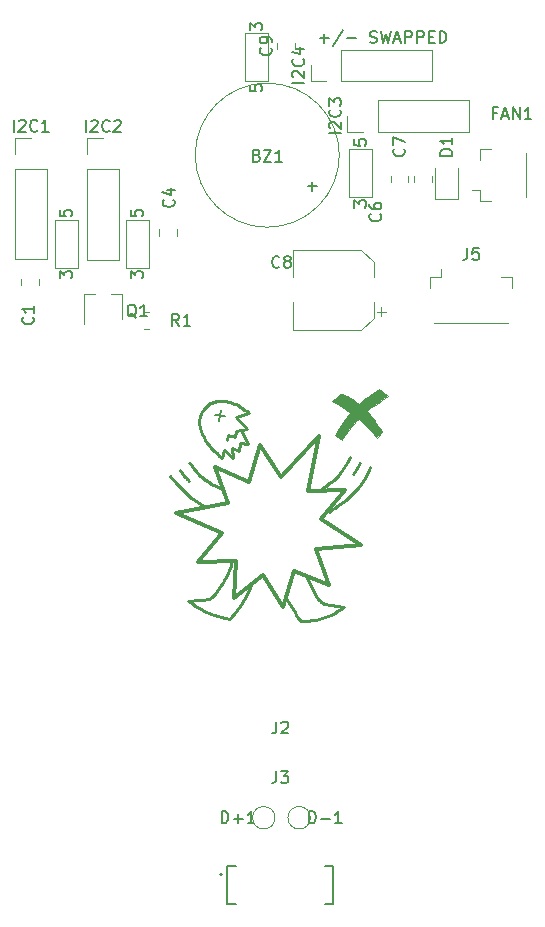
<source format=gbr>
%TF.GenerationSoftware,KiCad,Pcbnew,6.0.2+dfsg-1*%
%TF.CreationDate,2022-11-26T14:15:53-05:00*%
%TF.ProjectId,vindick,76696e64-6963-46b2-9e6b-696361645f70,rev?*%
%TF.SameCoordinates,Original*%
%TF.FileFunction,Legend,Top*%
%TF.FilePolarity,Positive*%
%FSLAX46Y46*%
G04 Gerber Fmt 4.6, Leading zero omitted, Abs format (unit mm)*
G04 Created by KiCad (PCBNEW 6.0.2+dfsg-1) date 2022-11-26 14:15:53*
%MOMM*%
%LPD*%
G01*
G04 APERTURE LIST*
%ADD10C,0.250000*%
%ADD11C,0.316249*%
%ADD12C,0.187500*%
%ADD13C,0.066145*%
%ADD14C,0.150000*%
%ADD15C,0.120000*%
%ADD16C,0.200000*%
G04 APERTURE END LIST*
D10*
X65207651Y-97385191D02*
X65462849Y-97178409D01*
X54465333Y-88843526D02*
X54336909Y-88876657D01*
X53285331Y-89705366D02*
X53227033Y-89814634D01*
X65549178Y-94027087D02*
X65629384Y-93877615D01*
X53260246Y-95260863D02*
X53428350Y-95398107D01*
D11*
X61023036Y-103190784D02*
X61023036Y-103190784D01*
D10*
X55034431Y-104200573D02*
X54885760Y-104430062D01*
X54331319Y-95963234D02*
X54475758Y-96036132D01*
X66556626Y-94218024D02*
X66588205Y-94146495D01*
X55878093Y-93610839D02*
X55853036Y-92758918D01*
X66110373Y-94933576D02*
X66144973Y-94880173D01*
X55167887Y-103975678D02*
X55034431Y-104200573D01*
X53109738Y-95124806D02*
X53260246Y-95260863D01*
X56145364Y-91339046D02*
X56145364Y-91339046D01*
X53873907Y-89086951D02*
X53771691Y-89157375D01*
X53350419Y-89600692D02*
X53285331Y-89705366D01*
X65722629Y-96951025D02*
X65983145Y-96703434D01*
X54984410Y-93652599D02*
X54984410Y-93652599D01*
D11*
X60154408Y-106222624D02*
X58450564Y-103566634D01*
X55435431Y-97444492D02*
X54383058Y-94437702D01*
X55435431Y-97444492D02*
X55435431Y-97444492D01*
D10*
X53413981Y-106557912D02*
X53612490Y-106654594D01*
X55486982Y-88865014D02*
X55329093Y-88832566D01*
X53253671Y-97593199D02*
X53531136Y-97745166D01*
X56057980Y-106757605D02*
X56192614Y-106588182D01*
X54594994Y-107015716D02*
X54902213Y-107097857D01*
X54078070Y-92792695D02*
X54285402Y-93015015D01*
X54720952Y-104662948D02*
X54539087Y-104898037D01*
X65467205Y-94170757D02*
X65549178Y-94027087D01*
D11*
X63144488Y-91773359D02*
X63144488Y-91773359D01*
X58200000Y-92500000D02*
X59937253Y-95272918D01*
D10*
X64948350Y-94918442D02*
X65037141Y-94806766D01*
X52395810Y-105950838D02*
X52721571Y-106156018D01*
X65629384Y-93877615D02*
X65707642Y-93722205D01*
X63186248Y-96383758D02*
X63438315Y-96227748D01*
X52736484Y-94721630D02*
X52850587Y-94855404D01*
X52120228Y-95515864D02*
X52186437Y-95573600D01*
X55486176Y-103340505D02*
X55392838Y-103544448D01*
X53675233Y-89234304D02*
X53584704Y-89317418D01*
X54475758Y-96036132D02*
X54628350Y-96109620D01*
X64769432Y-95127346D02*
X64948350Y-94918442D01*
X53943505Y-95747817D02*
X54065533Y-95819103D01*
D11*
X51109006Y-98296413D02*
X55435431Y-97444492D01*
D10*
X61441543Y-107203678D02*
X61624391Y-107458738D01*
X52052800Y-105746546D02*
X52227909Y-105848407D01*
X52997741Y-97441668D02*
X53253671Y-97593199D01*
X60680915Y-105950322D02*
X60818813Y-106198960D01*
X53175697Y-89928177D02*
X53131495Y-90045679D01*
X67428839Y-94628845D02*
X67504318Y-94437702D01*
X53719469Y-95606668D02*
X53828263Y-95677014D01*
X55853036Y-92758918D02*
X56404279Y-93009483D01*
X51645248Y-96364166D02*
X51805087Y-96522310D01*
X56404279Y-93009483D02*
X56512856Y-92349659D01*
X53044027Y-90486983D02*
X53040057Y-90599783D01*
X54739870Y-93445695D02*
X54984410Y-93652599D01*
X53981709Y-89023348D02*
X53873907Y-89086951D01*
X62672940Y-104828692D02*
X62590887Y-104657335D01*
D11*
X64029819Y-104418554D02*
X64029819Y-104418554D01*
D10*
X55460486Y-91731600D02*
X55460486Y-91731600D01*
X61271438Y-106950438D02*
X61441543Y-107203678D01*
X56862403Y-89534436D02*
X56681163Y-89407943D01*
D11*
X62234101Y-96458930D02*
X62234101Y-96458930D01*
D10*
X53709706Y-92337732D02*
X53885739Y-92566691D01*
X51998356Y-95401709D02*
X52057608Y-95458576D01*
X66240551Y-96436032D02*
X66491002Y-96149214D01*
X56145364Y-91339046D02*
X57097510Y-91222116D01*
X52052800Y-105746546D02*
X52052800Y-105746546D01*
X56974904Y-105343221D02*
X57068655Y-105158736D01*
X66457931Y-94408869D02*
X66491409Y-94348730D01*
X51659477Y-95013125D02*
X51701295Y-95067813D01*
X53054994Y-90375082D02*
X53044027Y-90486983D01*
X67061461Y-95349813D02*
X67162163Y-95176210D01*
X63943816Y-107011883D02*
X64169360Y-106919692D01*
X53073119Y-90264170D02*
X53054994Y-90375082D01*
X57197734Y-92458240D02*
X57197734Y-92458240D01*
X56502239Y-89294319D02*
X56325804Y-89193246D01*
X64062374Y-95790043D02*
X64234962Y-95648154D01*
X66491409Y-94348730D02*
X66524334Y-94285275D01*
X54339241Y-105134132D02*
X54120495Y-105370038D01*
X55174896Y-88810441D02*
X55024565Y-88798321D01*
X63595502Y-105972052D02*
X63530508Y-105938304D01*
D11*
X63353291Y-98839301D02*
X63353291Y-98839301D01*
D10*
X53411731Y-91873858D02*
X53551271Y-92106545D01*
X53068503Y-90942662D02*
X53090896Y-91058146D01*
X62430053Y-104307532D02*
X62268579Y-103959117D01*
X55916408Y-106924471D02*
X56057980Y-106757605D01*
X54336909Y-88876657D02*
X54213382Y-88917883D01*
X62592444Y-107376785D02*
X62890531Y-107322181D01*
X63181710Y-105646619D02*
X63129563Y-105585035D01*
D11*
X54383058Y-94437702D02*
X57289613Y-95640419D01*
D10*
X62590887Y-104657335D02*
X62430053Y-104307532D01*
X66389638Y-94521121D02*
X66423981Y-94466173D01*
X57097510Y-91222116D02*
X57097510Y-91222116D01*
X61112199Y-106698750D02*
X61271438Y-106950438D01*
X54598483Y-88818808D02*
X54465333Y-88843526D01*
X54736187Y-88802823D02*
X54598483Y-88818808D01*
X54902213Y-107097857D02*
X55239858Y-107176047D01*
X55239858Y-107176047D02*
X55610826Y-107249937D01*
X53229415Y-105641102D02*
X52997587Y-105660443D01*
X52629056Y-94588191D02*
X52736484Y-94721630D01*
X65257585Y-106297785D02*
X65257585Y-106297785D01*
X52423305Y-94321460D02*
X52629056Y-94588191D01*
X56325804Y-89193246D02*
X56152030Y-89104407D01*
X65462849Y-97178409D02*
X65722629Y-96951025D01*
X56669893Y-105887923D02*
X56775929Y-105707964D01*
X64745687Y-106634775D02*
X65040293Y-106454582D01*
X55639185Y-102961939D02*
X55567985Y-103145936D01*
D11*
X56145366Y-102322162D02*
X52963189Y-102405681D01*
X62910626Y-101370013D02*
X64029819Y-104418554D01*
D10*
X50582819Y-95172695D02*
X51193442Y-95874396D01*
X65383646Y-94308757D02*
X65467205Y-94170757D01*
X66588205Y-94146495D02*
X66618992Y-94070209D01*
X56512856Y-92349659D02*
X57197734Y-92458240D01*
X63029557Y-105452577D02*
X62934641Y-105309088D01*
X54194691Y-95890900D02*
X54331319Y-95963234D01*
X53551271Y-92106545D02*
X53709706Y-92337732D01*
X53519853Y-95467242D02*
X53616779Y-95536753D01*
D11*
X65366166Y-96367057D02*
X65366166Y-96367057D01*
D10*
X55567985Y-103145936D02*
X55486176Y-103340505D01*
D11*
X55953265Y-105495985D02*
X56145366Y-102322162D01*
D10*
X56681163Y-89407943D02*
X56502239Y-89294319D01*
X57045788Y-89674117D02*
X56862403Y-89534436D01*
X57097510Y-91222116D02*
X56187123Y-90203152D01*
D11*
X60154408Y-106222624D02*
X60154408Y-106222624D01*
D10*
X64134999Y-98096248D02*
X64309598Y-97998400D01*
X63702558Y-107099898D02*
X63943816Y-107011883D01*
X57197734Y-92458240D02*
X56613082Y-91288935D01*
X64508008Y-97877976D02*
X64726385Y-97735370D01*
X66423981Y-94466173D02*
X66457931Y-94408869D01*
X54065533Y-95819103D02*
X54194691Y-95890900D01*
X55287048Y-103756571D02*
X55167887Y-103975678D01*
X51506131Y-94796115D02*
X51580458Y-94904327D01*
X64960881Y-97570976D02*
X65207651Y-97385191D01*
X63129563Y-105585035D02*
X63029557Y-105452577D01*
X57068655Y-105158736D02*
X57246716Y-104786288D01*
X54285402Y-93015015D02*
X54506435Y-93232924D01*
D11*
X52963189Y-102405681D02*
X52963189Y-102405681D01*
D10*
X53673616Y-105612145D02*
X53455435Y-105624664D01*
X66524334Y-94285275D02*
X66556626Y-94218024D01*
X54213382Y-88917883D02*
X54094925Y-88966886D01*
X55329093Y-88832566D02*
X55174896Y-88810441D01*
X53227033Y-89814634D02*
X53175697Y-89928177D01*
X51701295Y-95067813D02*
X51744945Y-95122730D01*
X56320716Y-106416353D02*
X56442692Y-106242267D01*
X63467630Y-105899970D02*
X63406775Y-105857253D01*
X63446190Y-107182066D02*
X63702558Y-107099898D01*
X53616779Y-95536753D02*
X53719469Y-95606668D01*
X62844067Y-105156195D02*
X62757083Y-104995521D01*
X55610826Y-107249937D02*
X55767492Y-107088632D01*
X52339641Y-96986241D02*
X52542678Y-97138535D01*
X55853036Y-92758918D02*
X55853036Y-92758918D01*
X66076100Y-94988948D02*
X66110373Y-94933576D01*
X52885220Y-106258072D02*
X53053241Y-106359304D01*
D12*
X54399762Y-89985994D02*
X55201571Y-90111277D01*
D13*
X64572707Y-91673136D02*
X64637525Y-91569167D01*
X64637525Y-91569167D02*
X64694748Y-91472793D01*
X64694748Y-91472793D02*
X64794460Y-91294779D01*
X64794460Y-91294779D02*
X64887945Y-91122992D01*
X64887945Y-91122992D02*
X64937384Y-91034402D01*
X64937384Y-91034402D02*
X64991305Y-90941330D01*
X64991305Y-90941330D02*
X65051720Y-90841765D01*
X65051720Y-90841765D02*
X65120642Y-90733692D01*
X65120642Y-90733692D02*
X65200084Y-90615099D01*
X65200084Y-90615099D02*
X65292058Y-90483975D01*
X65292058Y-90483975D02*
X65398577Y-90338305D01*
X65398577Y-90338305D02*
X65521654Y-90176077D01*
X65521654Y-90176077D02*
X65663302Y-89995278D01*
X65663302Y-89995278D02*
X65825534Y-89793896D01*
X65825534Y-89793896D02*
X65670230Y-89676247D01*
X65670230Y-89676247D02*
X65508995Y-89557424D01*
X65508995Y-89557424D02*
X65339686Y-89437819D01*
X65339686Y-89437819D02*
X65160162Y-89317822D01*
X65160162Y-89317822D02*
X65065900Y-89257798D01*
X65065900Y-89257798D02*
X64968282Y-89197824D01*
X64968282Y-89197824D02*
X64867039Y-89137948D01*
X64867039Y-89137948D02*
X64761903Y-89078219D01*
X64761903Y-89078219D02*
X64652608Y-89018685D01*
X64652608Y-89018685D02*
X64538884Y-88959396D01*
X64538884Y-88959396D02*
X64420466Y-88900400D01*
X64420466Y-88900400D02*
X64297084Y-88841747D01*
X64297084Y-88841747D02*
X64494993Y-88663077D01*
X64494993Y-88663077D02*
X64680176Y-88491879D01*
X64680176Y-88491879D02*
X64965259Y-88223684D01*
X64965259Y-88223684D02*
X65068238Y-88240628D01*
X65068238Y-88240628D02*
X65167423Y-88261718D01*
X65167423Y-88261718D02*
X65263547Y-88287058D01*
X65263547Y-88287058D02*
X65357345Y-88316753D01*
X65357345Y-88316753D02*
X65449551Y-88350905D01*
X65449551Y-88350905D02*
X65540900Y-88389620D01*
X65540900Y-88389620D02*
X65632128Y-88433002D01*
X65632128Y-88433002D02*
X65723967Y-88481153D01*
X65723967Y-88481153D02*
X65817153Y-88534178D01*
X65817153Y-88534178D02*
X65912421Y-88592180D01*
X65912421Y-88592180D02*
X66010505Y-88655265D01*
X66010505Y-88655265D02*
X66112139Y-88723535D01*
X66112139Y-88723535D02*
X66328998Y-88876049D01*
X66328998Y-88876049D02*
X66568874Y-89050552D01*
X66568874Y-89050552D02*
X66752356Y-88895967D01*
X66752356Y-88895967D02*
X66935078Y-88745179D01*
X66935078Y-88745179D02*
X67122082Y-88596597D01*
X67122082Y-88596597D02*
X67318409Y-88448631D01*
X67318409Y-88448631D02*
X67421644Y-88374383D01*
X67421644Y-88374383D02*
X67529101Y-88299693D01*
X67529101Y-88299693D02*
X67641408Y-88224361D01*
X67641408Y-88224361D02*
X67759198Y-88148190D01*
X67759198Y-88148190D02*
X67883099Y-88070981D01*
X67883099Y-88070981D02*
X68013742Y-87992534D01*
X68013742Y-87992534D02*
X68151758Y-87912652D01*
X68151758Y-87912652D02*
X68297775Y-87831135D01*
X68297775Y-87831135D02*
X69024414Y-88374027D01*
X69024414Y-88374027D02*
X68788449Y-88540353D01*
X68788449Y-88540353D02*
X68544711Y-88705505D01*
X68544711Y-88705505D02*
X68056632Y-89033850D01*
X68056632Y-89033850D02*
X67823648Y-89197827D01*
X67823648Y-89197827D02*
X67712403Y-89279937D01*
X67712403Y-89279937D02*
X67605603Y-89362195D01*
X67605603Y-89362195D02*
X67503958Y-89444648D01*
X67503958Y-89444648D02*
X67408178Y-89527346D01*
X67408178Y-89527346D02*
X67318971Y-89610338D01*
X67318971Y-89610338D02*
X67237049Y-89693672D01*
X67237049Y-89693672D02*
X67375851Y-89848452D01*
X67375851Y-89848452D02*
X67514777Y-90007714D01*
X67514777Y-90007714D02*
X67585202Y-90091343D01*
X67585202Y-90091343D02*
X67656756Y-90178874D01*
X67656756Y-90178874D02*
X67729804Y-90271233D01*
X67729804Y-90271233D02*
X67804715Y-90369347D01*
X67804715Y-90369347D02*
X67881852Y-90474143D01*
X67881852Y-90474143D02*
X67961583Y-90586549D01*
X67961583Y-90586549D02*
X68044274Y-90707490D01*
X68044274Y-90707490D02*
X68130290Y-90837895D01*
X68130290Y-90837895D02*
X68219997Y-90978690D01*
X68219997Y-90978690D02*
X68313763Y-91130801D01*
X68313763Y-91130801D02*
X68411952Y-91295157D01*
X68411952Y-91295157D02*
X68514931Y-91472683D01*
X68514931Y-91472683D02*
X68063915Y-91940403D01*
X68063915Y-91940403D02*
X67992644Y-91856268D01*
X67992644Y-91856268D02*
X67929816Y-91778802D01*
X67929816Y-91778802D02*
X67819661Y-91636142D01*
X67819661Y-91636142D02*
X67713789Y-91496957D01*
X67713789Y-91496957D02*
X67656315Y-91423832D01*
X67656315Y-91423832D02*
X67592539Y-91345776D01*
X67592539Y-91345776D02*
X67520003Y-91260854D01*
X67520003Y-91260854D02*
X67436249Y-91167132D01*
X67436249Y-91167132D02*
X67338820Y-91062677D01*
X67338820Y-91062677D02*
X67225258Y-90945555D01*
X67225258Y-90945555D02*
X67093106Y-90813834D01*
X67093106Y-90813834D02*
X66939905Y-90665579D01*
X66939905Y-90665579D02*
X66763198Y-90498856D01*
X66763198Y-90498856D02*
X66560528Y-90311733D01*
X66560528Y-90311733D02*
X66333148Y-90546921D01*
X66333148Y-90546921D02*
X66118127Y-90778583D01*
X66118127Y-90778583D02*
X65915518Y-91007547D01*
X65915518Y-91007547D02*
X65725376Y-91234640D01*
X65725376Y-91234640D02*
X65547753Y-91460690D01*
X65547753Y-91460690D02*
X65463653Y-91573582D01*
X65463653Y-91573582D02*
X65382704Y-91686524D01*
X65382704Y-91686524D02*
X65304911Y-91799618D01*
X65304911Y-91799618D02*
X65230282Y-91912969D01*
X65230282Y-91912969D02*
X65158824Y-92026680D01*
X65158824Y-92026680D02*
X65090543Y-92140854D01*
X65090543Y-92140854D02*
X64572707Y-91673136D01*
X64572707Y-91673136D02*
X64572707Y-91673136D01*
G36*
X69024414Y-88374027D02*
G01*
X68788449Y-88540353D01*
X68544711Y-88705505D01*
X68056632Y-89033850D01*
X67823648Y-89197827D01*
X67712403Y-89279937D01*
X67605603Y-89362195D01*
X67503958Y-89444648D01*
X67408178Y-89527346D01*
X67318971Y-89610338D01*
X67237049Y-89693672D01*
X67375851Y-89848452D01*
X67514777Y-90007714D01*
X67585202Y-90091343D01*
X67656756Y-90178874D01*
X67729804Y-90271233D01*
X67804715Y-90369347D01*
X67881852Y-90474143D01*
X67961583Y-90586549D01*
X68044274Y-90707490D01*
X68130290Y-90837895D01*
X68219997Y-90978690D01*
X68313763Y-91130801D01*
X68411952Y-91295157D01*
X68514931Y-91472683D01*
X68063915Y-91940403D01*
X67992644Y-91856268D01*
X67929816Y-91778802D01*
X67819661Y-91636142D01*
X67713789Y-91496957D01*
X67656315Y-91423832D01*
X67592539Y-91345776D01*
X67520003Y-91260854D01*
X67436249Y-91167132D01*
X67338820Y-91062677D01*
X67225258Y-90945555D01*
X67093106Y-90813834D01*
X66939905Y-90665579D01*
X66763198Y-90498856D01*
X66560528Y-90311733D01*
X66333148Y-90546921D01*
X66118127Y-90778583D01*
X65915518Y-91007547D01*
X65725376Y-91234640D01*
X65547753Y-91460690D01*
X65463653Y-91573582D01*
X65382704Y-91686524D01*
X65304911Y-91799618D01*
X65230282Y-91912969D01*
X65158824Y-92026680D01*
X65090543Y-92140854D01*
X64572707Y-91673136D01*
X64637525Y-91569167D01*
X64694748Y-91472793D01*
X64794460Y-91294779D01*
X64887945Y-91122992D01*
X64937384Y-91034402D01*
X64991305Y-90941330D01*
X65051720Y-90841765D01*
X65120642Y-90733692D01*
X65200084Y-90615099D01*
X65292058Y-90483975D01*
X65398577Y-90338305D01*
X65521654Y-90176077D01*
X65663302Y-89995278D01*
X65825534Y-89793896D01*
X65670230Y-89676247D01*
X65508995Y-89557424D01*
X65339686Y-89437819D01*
X65160162Y-89317822D01*
X65065900Y-89257798D01*
X64968282Y-89197824D01*
X64867039Y-89137948D01*
X64761903Y-89078219D01*
X64652608Y-89018685D01*
X64538884Y-88959396D01*
X64420466Y-88900400D01*
X64297084Y-88841747D01*
X64494993Y-88663077D01*
X64680176Y-88491879D01*
X64965259Y-88223684D01*
X65068238Y-88240628D01*
X65167423Y-88261718D01*
X65263547Y-88287058D01*
X65357345Y-88316753D01*
X65449551Y-88350905D01*
X65540900Y-88389620D01*
X65632128Y-88433002D01*
X65723967Y-88481153D01*
X65817153Y-88534178D01*
X65912421Y-88592180D01*
X66010505Y-88655265D01*
X66112139Y-88723535D01*
X66328998Y-88876049D01*
X66568874Y-89050552D01*
X66752356Y-88895967D01*
X66935078Y-88745179D01*
X67122082Y-88596597D01*
X67318409Y-88448631D01*
X67421644Y-88374383D01*
X67529101Y-88299693D01*
X67641408Y-88224361D01*
X67759198Y-88148190D01*
X67883099Y-88070981D01*
X68013742Y-87992534D01*
X68151758Y-87912652D01*
X68297775Y-87831135D01*
X69024414Y-88374027D01*
G37*
X69024414Y-88374027D02*
X68788449Y-88540353D01*
X68544711Y-88705505D01*
X68056632Y-89033850D01*
X67823648Y-89197827D01*
X67712403Y-89279937D01*
X67605603Y-89362195D01*
X67503958Y-89444648D01*
X67408178Y-89527346D01*
X67318971Y-89610338D01*
X67237049Y-89693672D01*
X67375851Y-89848452D01*
X67514777Y-90007714D01*
X67585202Y-90091343D01*
X67656756Y-90178874D01*
X67729804Y-90271233D01*
X67804715Y-90369347D01*
X67881852Y-90474143D01*
X67961583Y-90586549D01*
X68044274Y-90707490D01*
X68130290Y-90837895D01*
X68219997Y-90978690D01*
X68313763Y-91130801D01*
X68411952Y-91295157D01*
X68514931Y-91472683D01*
X68063915Y-91940403D01*
X67992644Y-91856268D01*
X67929816Y-91778802D01*
X67819661Y-91636142D01*
X67713789Y-91496957D01*
X67656315Y-91423832D01*
X67592539Y-91345776D01*
X67520003Y-91260854D01*
X67436249Y-91167132D01*
X67338820Y-91062677D01*
X67225258Y-90945555D01*
X67093106Y-90813834D01*
X66939905Y-90665579D01*
X66763198Y-90498856D01*
X66560528Y-90311733D01*
X66333148Y-90546921D01*
X66118127Y-90778583D01*
X65915518Y-91007547D01*
X65725376Y-91234640D01*
X65547753Y-91460690D01*
X65463653Y-91573582D01*
X65382704Y-91686524D01*
X65304911Y-91799618D01*
X65230282Y-91912969D01*
X65158824Y-92026680D01*
X65090543Y-92140854D01*
X64572707Y-91673136D01*
X64637525Y-91569167D01*
X64694748Y-91472793D01*
X64794460Y-91294779D01*
X64887945Y-91122992D01*
X64937384Y-91034402D01*
X64991305Y-90941330D01*
X65051720Y-90841765D01*
X65120642Y-90733692D01*
X65200084Y-90615099D01*
X65292058Y-90483975D01*
X65398577Y-90338305D01*
X65521654Y-90176077D01*
X65663302Y-89995278D01*
X65825534Y-89793896D01*
X65670230Y-89676247D01*
X65508995Y-89557424D01*
X65339686Y-89437819D01*
X65160162Y-89317822D01*
X65065900Y-89257798D01*
X64968282Y-89197824D01*
X64867039Y-89137948D01*
X64761903Y-89078219D01*
X64652608Y-89018685D01*
X64538884Y-88959396D01*
X64420466Y-88900400D01*
X64297084Y-88841747D01*
X64494993Y-88663077D01*
X64680176Y-88491879D01*
X64965259Y-88223684D01*
X65068238Y-88240628D01*
X65167423Y-88261718D01*
X65263547Y-88287058D01*
X65357345Y-88316753D01*
X65449551Y-88350905D01*
X65540900Y-88389620D01*
X65632128Y-88433002D01*
X65723967Y-88481153D01*
X65817153Y-88534178D01*
X65912421Y-88592180D01*
X66010505Y-88655265D01*
X66112139Y-88723535D01*
X66328998Y-88876049D01*
X66568874Y-89050552D01*
X66752356Y-88895967D01*
X66935078Y-88745179D01*
X67122082Y-88596597D01*
X67318409Y-88448631D01*
X67421644Y-88374383D01*
X67529101Y-88299693D01*
X67641408Y-88224361D01*
X67759198Y-88148190D01*
X67883099Y-88070981D01*
X68013742Y-87992534D01*
X68151758Y-87912652D01*
X68297775Y-87831135D01*
X69024414Y-88374027D01*
D10*
X53428350Y-95398107D02*
X53519853Y-95467242D01*
X52997587Y-105660443D02*
X52052800Y-105746546D01*
X54885760Y-104430062D02*
X54720952Y-104662948D01*
X63235411Y-105704836D02*
X63181710Y-105646619D01*
X53131495Y-90045679D02*
X53098566Y-90154339D01*
X55143102Y-92984424D02*
X55143102Y-92984424D01*
X64726385Y-97735370D02*
X64960881Y-97570976D01*
X57231145Y-89827305D02*
X57045788Y-89674117D01*
X51942254Y-95345235D02*
X51998356Y-95401709D01*
X65125247Y-94690094D02*
X65212486Y-94568291D01*
X54506435Y-93232924D02*
X54739870Y-93445695D01*
X56187123Y-90203152D02*
X56187123Y-90203152D01*
X55836335Y-102355563D02*
X55753448Y-102630437D01*
D11*
X66719215Y-100985812D02*
X62910626Y-101370013D01*
X63144488Y-91773359D02*
X62234101Y-96458930D01*
X52963189Y-102405681D02*
X54992766Y-99983550D01*
D10*
X66845224Y-95683444D02*
X66955654Y-95518907D01*
X63175313Y-107256717D02*
X63446190Y-107182066D01*
X52761394Y-97290229D02*
X52997741Y-97441668D01*
X65707642Y-93722205D02*
X65783772Y-93560722D01*
D11*
X58200000Y-92500000D02*
X58200000Y-92500000D01*
D12*
X54884189Y-89610147D02*
X54742202Y-90495478D01*
D10*
X61958772Y-107446735D02*
X62281657Y-107418860D01*
X64234962Y-95648154D02*
X64411296Y-95491125D01*
X51972798Y-96678474D02*
X52150332Y-96833003D01*
X53826950Y-106749062D02*
X54060258Y-106840971D01*
D11*
X59937253Y-95272918D02*
X63144488Y-91773359D01*
D10*
X64589933Y-95317881D02*
X64769432Y-95127346D01*
X53881927Y-105604559D02*
X53881927Y-105604559D01*
X56192614Y-106588182D02*
X56320716Y-106416353D01*
X57231145Y-89827305D02*
X57231145Y-89827305D01*
D11*
X54992766Y-99983550D02*
X54992766Y-99983550D01*
D10*
X53828263Y-95677014D02*
X53943505Y-95747817D01*
X53042922Y-90713390D02*
X53052458Y-90827713D01*
D11*
X58450564Y-103566634D02*
X58450564Y-103566634D01*
D10*
X65037141Y-94806766D02*
X65125247Y-94690094D01*
X65257585Y-106297785D02*
X63595502Y-105972052D01*
X55360261Y-92115799D02*
X55460486Y-91731600D01*
X62185727Y-103789492D02*
X62100465Y-103625091D01*
X51491329Y-96203696D02*
X51645248Y-96364166D01*
X61624391Y-107458738D02*
X61958772Y-107446735D01*
D11*
X66719215Y-100985812D02*
X66719215Y-100985812D01*
D10*
X63530508Y-105938304D02*
X63467630Y-105899970D01*
X52150332Y-96833003D02*
X52339641Y-96986241D01*
X55392838Y-103544448D02*
X55287048Y-103756571D01*
X64570898Y-106729467D02*
X64745687Y-106634775D01*
X54060258Y-106840971D02*
X54315308Y-106929971D01*
X51434741Y-94688270D02*
X51506131Y-94796115D01*
X62757083Y-104995521D02*
X62672940Y-104828692D01*
X65298679Y-94441224D02*
X65383646Y-94308757D01*
X53053241Y-106359304D02*
X53228530Y-106459367D01*
X56877464Y-105526347D02*
X56974904Y-105343221D01*
X63734202Y-96032714D02*
X63894974Y-95917871D01*
X56775929Y-105707964D02*
X56877464Y-105526347D01*
X62281657Y-107418860D02*
X62592444Y-107376785D01*
D13*
X51434741Y-94688270D02*
X52186437Y-95573600D01*
D10*
X54094925Y-88966886D02*
X53981709Y-89023348D01*
D11*
X65366166Y-96367057D02*
X63353291Y-98839301D01*
D10*
X55024565Y-88798321D02*
X54878271Y-88795888D01*
X64169360Y-106919692D02*
X64378588Y-106824997D01*
X53154074Y-91290353D02*
X53194534Y-91406894D01*
X60413325Y-105454218D02*
X60680915Y-105950322D01*
X51838618Y-95233360D02*
X51889081Y-95289128D01*
X53131495Y-90045679D02*
X53131495Y-90045679D01*
X53119474Y-91174073D02*
X53154074Y-91290353D01*
X53500278Y-89406400D02*
X53422125Y-89500930D01*
X61624391Y-107458738D02*
X61624391Y-107458738D01*
X55878093Y-93610839D02*
X55878093Y-93610839D01*
X53098566Y-90154339D02*
X53073119Y-90264170D01*
X63894974Y-95917871D02*
X64062374Y-95790043D01*
X56053491Y-91881939D02*
X56053491Y-91881939D01*
X51580458Y-94904327D02*
X51659477Y-95013125D01*
X54628350Y-96109620D02*
X54789436Y-96183726D01*
D11*
X54992766Y-99983550D02*
X51109006Y-98296413D01*
D10*
X57246716Y-104786288D02*
X57414895Y-104410200D01*
X53422125Y-89500930D02*
X53350419Y-89600692D01*
X63438315Y-96227748D02*
X63581502Y-96135647D01*
X67162163Y-95176210D02*
X67257281Y-94998148D01*
X51805087Y-96522310D02*
X51972798Y-96678474D01*
X55813152Y-88962154D02*
X55648393Y-88908104D01*
D11*
X57289613Y-95640419D02*
X58200000Y-92500000D01*
D10*
X52057608Y-95458576D02*
X52120228Y-95515864D01*
X66955654Y-95518907D02*
X67061461Y-95349813D01*
X53040057Y-90599783D02*
X53042922Y-90713390D01*
X53240692Y-91523607D02*
X53292386Y-91640399D01*
X64378588Y-106824997D02*
X64570898Y-106729467D01*
D11*
X64029819Y-104418554D02*
X61023036Y-103190784D01*
D10*
X52319522Y-94187742D02*
X52423305Y-94321460D01*
D11*
X61023036Y-103190784D02*
X60154408Y-106222624D01*
D10*
X67257281Y-94998148D02*
X67346333Y-94815676D01*
X54315308Y-106929971D02*
X54594994Y-107015716D01*
X53052458Y-90827713D02*
X53068503Y-90942662D01*
D11*
X51109006Y-98296413D02*
X51109006Y-98296413D01*
D10*
X55753448Y-102630437D02*
X55700699Y-102789707D01*
X53292386Y-91640399D02*
X53411731Y-91873858D01*
X53771691Y-89157375D02*
X53675233Y-89234304D01*
X55460486Y-91731600D02*
X56053491Y-91881939D01*
D11*
X58450564Y-103566634D02*
X55953265Y-105495985D01*
D10*
X51744945Y-95122730D02*
X51790646Y-95177903D01*
X53228530Y-106459367D02*
X53413981Y-106557912D01*
X52211493Y-94053505D02*
X52319522Y-94187742D01*
X56512856Y-92349659D02*
X56512856Y-92349659D01*
X55767492Y-107088632D02*
X55916408Y-106924471D01*
D11*
X57289613Y-95640419D02*
X57289613Y-95640419D01*
D10*
X56404279Y-93009483D02*
X56404279Y-93009483D01*
X55981089Y-89027482D02*
X55813152Y-88962154D01*
X53612490Y-106654594D02*
X53826950Y-106749062D01*
X63347850Y-105810357D02*
X63290759Y-105759483D01*
X64411296Y-95491125D02*
X64589933Y-95317881D01*
X52542678Y-97138535D02*
X52761394Y-97290229D01*
X60818813Y-106198960D02*
X60961949Y-106448347D01*
X52227909Y-105848407D02*
X52395810Y-105950838D01*
X62934641Y-105309088D02*
X62844067Y-105156195D01*
X53584704Y-89317418D02*
X53500278Y-89406400D01*
D11*
X59937253Y-95272918D02*
X59937253Y-95272918D01*
X56145366Y-102322162D02*
X56145366Y-102322162D01*
D10*
X63595502Y-105972052D02*
X63595502Y-105972052D01*
X62890531Y-107322181D02*
X63175313Y-107256717D01*
X63581502Y-96135647D02*
X63734202Y-96032714D01*
X63988057Y-98171123D02*
X64134999Y-98096248D01*
X53885739Y-92566691D02*
X54078070Y-92792695D01*
D11*
X62234101Y-96458930D02*
X65366166Y-96367057D01*
D10*
X65983145Y-96703434D02*
X66240551Y-96436032D01*
X63290759Y-105759483D02*
X63235411Y-105704836D01*
D11*
X62910626Y-101370013D02*
X62910626Y-101370013D01*
D10*
X60961949Y-106448347D02*
X61112199Y-106698750D01*
X64309598Y-97998400D02*
X64508008Y-97877976D01*
X62268579Y-103959117D02*
X62185727Y-103789492D01*
X56053491Y-91881939D02*
X56145364Y-91339046D01*
X53455435Y-105624664D02*
X53229415Y-105641102D01*
X55700699Y-102789707D02*
X55639185Y-102961939D01*
X56187123Y-90203152D02*
X57231145Y-89827305D01*
X66285055Y-94676640D02*
X66354983Y-94574195D01*
X54789436Y-96183726D02*
X54959357Y-96258475D01*
X52721571Y-106156018D02*
X52885220Y-106258072D01*
X53194534Y-91406894D02*
X53240692Y-91523607D01*
X66730652Y-95843374D02*
X66845224Y-95683444D01*
X56152030Y-89104407D02*
X55981089Y-89027482D01*
X53090896Y-91058146D02*
X53119474Y-91174073D01*
X51889081Y-95289128D02*
X51942254Y-95345235D01*
X65040293Y-106454582D02*
X65257585Y-106297785D01*
X55648393Y-88908104D02*
X55486982Y-88865014D01*
D11*
X55953265Y-105495985D02*
X55953265Y-105495985D01*
D10*
X55610826Y-107249937D02*
X55610826Y-107249937D01*
X53881927Y-105604559D02*
X53673616Y-105612145D01*
D11*
X63353291Y-98839301D02*
X66719215Y-100985812D01*
D10*
X52974095Y-94989725D02*
X53109738Y-95124806D01*
X66354983Y-94574195D02*
X66389638Y-94521121D01*
X56442692Y-106242267D02*
X56558949Y-106066074D01*
X67346333Y-94815676D02*
X67428839Y-94628845D01*
X52850587Y-94855404D02*
X52974095Y-94989725D01*
X55143102Y-92984424D02*
X55878093Y-93610839D01*
X63406775Y-105857253D02*
X63347850Y-105810357D01*
X65212486Y-94568291D02*
X65298679Y-94441224D01*
X66491002Y-96149214D02*
X66730652Y-95843374D01*
X51193442Y-95874396D02*
X51491329Y-96203696D01*
X56558949Y-106066074D02*
X56669893Y-105887923D01*
X66144973Y-94880173D02*
X66214838Y-94777352D01*
X54120495Y-105370038D02*
X53881927Y-105604559D01*
X66214838Y-94777352D02*
X66285055Y-94676640D01*
X51790646Y-95177903D02*
X51838618Y-95233360D01*
X54984410Y-93652599D02*
X55143102Y-92984424D01*
X54539087Y-104898037D02*
X54339241Y-105134132D01*
X54878271Y-88795888D02*
X54736187Y-88802823D01*
D14*
X63246666Y-58110428D02*
X64008571Y-58110428D01*
X63627619Y-58491380D02*
X63627619Y-57729476D01*
X65199047Y-57443761D02*
X64341904Y-58729476D01*
X65532380Y-58110428D02*
X66294285Y-58110428D01*
X67484761Y-58443761D02*
X67627619Y-58491380D01*
X67865714Y-58491380D01*
X67960952Y-58443761D01*
X68008571Y-58396142D01*
X68056190Y-58300904D01*
X68056190Y-58205666D01*
X68008571Y-58110428D01*
X67960952Y-58062809D01*
X67865714Y-58015190D01*
X67675238Y-57967571D01*
X67580000Y-57919952D01*
X67532380Y-57872333D01*
X67484761Y-57777095D01*
X67484761Y-57681857D01*
X67532380Y-57586619D01*
X67580000Y-57539000D01*
X67675238Y-57491380D01*
X67913333Y-57491380D01*
X68056190Y-57539000D01*
X68389523Y-57491380D02*
X68627619Y-58491380D01*
X68818095Y-57777095D01*
X69008571Y-58491380D01*
X69246666Y-57491380D01*
X69580000Y-58205666D02*
X70056190Y-58205666D01*
X69484761Y-58491380D02*
X69818095Y-57491380D01*
X70151428Y-58491380D01*
X70484761Y-58491380D02*
X70484761Y-57491380D01*
X70865714Y-57491380D01*
X70960952Y-57539000D01*
X71008571Y-57586619D01*
X71056190Y-57681857D01*
X71056190Y-57824714D01*
X71008571Y-57919952D01*
X70960952Y-57967571D01*
X70865714Y-58015190D01*
X70484761Y-58015190D01*
X71484761Y-58491380D02*
X71484761Y-57491380D01*
X71865714Y-57491380D01*
X71960952Y-57539000D01*
X72008571Y-57586619D01*
X72056190Y-57681857D01*
X72056190Y-57824714D01*
X72008571Y-57919952D01*
X71960952Y-57967571D01*
X71865714Y-58015190D01*
X71484761Y-58015190D01*
X72484761Y-57967571D02*
X72818095Y-57967571D01*
X72960952Y-58491380D02*
X72484761Y-58491380D01*
X72484761Y-57491380D01*
X72960952Y-57491380D01*
X73389523Y-58491380D02*
X73389523Y-57491380D01*
X73627619Y-57491380D01*
X73770476Y-57539000D01*
X73865714Y-57634238D01*
X73913333Y-57729476D01*
X73960952Y-57919952D01*
X73960952Y-58062809D01*
X73913333Y-58253285D01*
X73865714Y-58348523D01*
X73770476Y-58443761D01*
X73627619Y-58491380D01*
X73389523Y-58491380D01*
%TO.C,I2C1*%
X37347619Y-66002380D02*
X37347619Y-65002380D01*
X37776190Y-65097619D02*
X37823809Y-65050000D01*
X37919047Y-65002380D01*
X38157142Y-65002380D01*
X38252380Y-65050000D01*
X38300000Y-65097619D01*
X38347619Y-65192857D01*
X38347619Y-65288095D01*
X38300000Y-65430952D01*
X37728571Y-66002380D01*
X38347619Y-66002380D01*
X39347619Y-65907142D02*
X39300000Y-65954761D01*
X39157142Y-66002380D01*
X39061904Y-66002380D01*
X38919047Y-65954761D01*
X38823809Y-65859523D01*
X38776190Y-65764285D01*
X38728571Y-65573809D01*
X38728571Y-65430952D01*
X38776190Y-65240476D01*
X38823809Y-65145238D01*
X38919047Y-65050000D01*
X39061904Y-65002380D01*
X39157142Y-65002380D01*
X39300000Y-65050000D01*
X39347619Y-65097619D01*
X40300000Y-66002380D02*
X39728571Y-66002380D01*
X40014285Y-66002380D02*
X40014285Y-65002380D01*
X39919047Y-65145238D01*
X39823809Y-65240476D01*
X39728571Y-65288095D01*
%TO.C,BZ1*%
X57919047Y-68028571D02*
X58061904Y-68076190D01*
X58109523Y-68123809D01*
X58157142Y-68219047D01*
X58157142Y-68361904D01*
X58109523Y-68457142D01*
X58061904Y-68504761D01*
X57966666Y-68552380D01*
X57585714Y-68552380D01*
X57585714Y-67552380D01*
X57919047Y-67552380D01*
X58014285Y-67600000D01*
X58061904Y-67647619D01*
X58109523Y-67742857D01*
X58109523Y-67838095D01*
X58061904Y-67933333D01*
X58014285Y-67980952D01*
X57919047Y-68028571D01*
X57585714Y-68028571D01*
X58490476Y-67552380D02*
X59157142Y-67552380D01*
X58490476Y-68552380D01*
X59157142Y-68552380D01*
X60061904Y-68552380D02*
X59490476Y-68552380D01*
X59776190Y-68552380D02*
X59776190Y-67552380D01*
X59680952Y-67695238D01*
X59585714Y-67790476D01*
X59490476Y-67838095D01*
X62229047Y-70611428D02*
X62990952Y-70611428D01*
X62610000Y-70992380D02*
X62610000Y-70230476D01*
%TO.C,C7*%
X70357142Y-67466666D02*
X70404761Y-67514285D01*
X70452380Y-67657142D01*
X70452380Y-67752380D01*
X70404761Y-67895238D01*
X70309523Y-67990476D01*
X70214285Y-68038095D01*
X70023809Y-68085714D01*
X69880952Y-68085714D01*
X69690476Y-68038095D01*
X69595238Y-67990476D01*
X69500000Y-67895238D01*
X69452380Y-67752380D01*
X69452380Y-67657142D01*
X69500000Y-67514285D01*
X69547619Y-67466666D01*
X69452380Y-67133333D02*
X69452380Y-66466666D01*
X70452380Y-66895238D01*
%TO.C,C8*%
X59833333Y-77457142D02*
X59785714Y-77504761D01*
X59642857Y-77552380D01*
X59547619Y-77552380D01*
X59404761Y-77504761D01*
X59309523Y-77409523D01*
X59261904Y-77314285D01*
X59214285Y-77123809D01*
X59214285Y-76980952D01*
X59261904Y-76790476D01*
X59309523Y-76695238D01*
X59404761Y-76600000D01*
X59547619Y-76552380D01*
X59642857Y-76552380D01*
X59785714Y-76600000D01*
X59833333Y-76647619D01*
X60404761Y-76980952D02*
X60309523Y-76933333D01*
X60261904Y-76885714D01*
X60214285Y-76790476D01*
X60214285Y-76742857D01*
X60261904Y-76647619D01*
X60309523Y-76600000D01*
X60404761Y-76552380D01*
X60595238Y-76552380D01*
X60690476Y-76600000D01*
X60738095Y-76647619D01*
X60785714Y-76742857D01*
X60785714Y-76790476D01*
X60738095Y-76885714D01*
X60690476Y-76933333D01*
X60595238Y-76980952D01*
X60404761Y-76980952D01*
X60309523Y-77028571D01*
X60261904Y-77076190D01*
X60214285Y-77171428D01*
X60214285Y-77361904D01*
X60261904Y-77457142D01*
X60309523Y-77504761D01*
X60404761Y-77552380D01*
X60595238Y-77552380D01*
X60690476Y-77504761D01*
X60738095Y-77457142D01*
X60785714Y-77361904D01*
X60785714Y-77171428D01*
X60738095Y-77076190D01*
X60690476Y-77028571D01*
X60595238Y-76980952D01*
%TO.C,D1*%
X74452380Y-68038095D02*
X73452380Y-68038095D01*
X73452380Y-67800000D01*
X73500000Y-67657142D01*
X73595238Y-67561904D01*
X73690476Y-67514285D01*
X73880952Y-67466666D01*
X74023809Y-67466666D01*
X74214285Y-67514285D01*
X74309523Y-67561904D01*
X74404761Y-67657142D01*
X74452380Y-67800000D01*
X74452380Y-68038095D01*
X74452380Y-66514285D02*
X74452380Y-67085714D01*
X74452380Y-66800000D02*
X73452380Y-66800000D01*
X73595238Y-66895238D01*
X73690476Y-66990476D01*
X73738095Y-67085714D01*
%TO.C,R1*%
X51333333Y-82452380D02*
X51000000Y-81976190D01*
X50761904Y-82452380D02*
X50761904Y-81452380D01*
X51142857Y-81452380D01*
X51238095Y-81500000D01*
X51285714Y-81547619D01*
X51333333Y-81642857D01*
X51333333Y-81785714D01*
X51285714Y-81880952D01*
X51238095Y-81928571D01*
X51142857Y-81976190D01*
X50761904Y-81976190D01*
X52285714Y-82452380D02*
X51714285Y-82452380D01*
X52000000Y-82452380D02*
X52000000Y-81452380D01*
X51904761Y-81595238D01*
X51809523Y-81690476D01*
X51714285Y-81738095D01*
%TO.C,D+1*%
X54942857Y-124552380D02*
X54942857Y-123552380D01*
X55180952Y-123552380D01*
X55323809Y-123600000D01*
X55419047Y-123695238D01*
X55466666Y-123790476D01*
X55514285Y-123980952D01*
X55514285Y-124123809D01*
X55466666Y-124314285D01*
X55419047Y-124409523D01*
X55323809Y-124504761D01*
X55180952Y-124552380D01*
X54942857Y-124552380D01*
X55942857Y-124171428D02*
X56704761Y-124171428D01*
X56323809Y-124552380D02*
X56323809Y-123790476D01*
X57704761Y-124552380D02*
X57133333Y-124552380D01*
X57419047Y-124552380D02*
X57419047Y-123552380D01*
X57323809Y-123695238D01*
X57228571Y-123790476D01*
X57133333Y-123838095D01*
%TO.C,D-1*%
X62342857Y-124552380D02*
X62342857Y-123552380D01*
X62580952Y-123552380D01*
X62723809Y-123600000D01*
X62819047Y-123695238D01*
X62866666Y-123790476D01*
X62914285Y-123980952D01*
X62914285Y-124123809D01*
X62866666Y-124314285D01*
X62819047Y-124409523D01*
X62723809Y-124504761D01*
X62580952Y-124552380D01*
X62342857Y-124552380D01*
X63342857Y-124171428D02*
X64104761Y-124171428D01*
X65104761Y-124552380D02*
X64533333Y-124552380D01*
X64819047Y-124552380D02*
X64819047Y-123552380D01*
X64723809Y-123695238D01*
X64628571Y-123790476D01*
X64533333Y-123838095D01*
%TO.C,JP1*%
X41252380Y-72661904D02*
X41252380Y-73138095D01*
X41728571Y-73185714D01*
X41680952Y-73138095D01*
X41633333Y-73042857D01*
X41633333Y-72804761D01*
X41680952Y-72709523D01*
X41728571Y-72661904D01*
X41823809Y-72614285D01*
X42061904Y-72614285D01*
X42157142Y-72661904D01*
X42204761Y-72709523D01*
X42252380Y-72804761D01*
X42252380Y-73042857D01*
X42204761Y-73138095D01*
X42157142Y-73185714D01*
X41252380Y-78433333D02*
X41252380Y-77814285D01*
X41633333Y-78147619D01*
X41633333Y-78004761D01*
X41680952Y-77909523D01*
X41728571Y-77861904D01*
X41823809Y-77814285D01*
X42061904Y-77814285D01*
X42157142Y-77861904D01*
X42204761Y-77909523D01*
X42252380Y-78004761D01*
X42252380Y-78290476D01*
X42204761Y-78385714D01*
X42157142Y-78433333D01*
%TO.C,JP2*%
X47252380Y-78433333D02*
X47252380Y-77814285D01*
X47633333Y-78147619D01*
X47633333Y-78004761D01*
X47680952Y-77909523D01*
X47728571Y-77861904D01*
X47823809Y-77814285D01*
X48061904Y-77814285D01*
X48157142Y-77861904D01*
X48204761Y-77909523D01*
X48252380Y-78004761D01*
X48252380Y-78290476D01*
X48204761Y-78385714D01*
X48157142Y-78433333D01*
X47252380Y-72661904D02*
X47252380Y-73138095D01*
X47728571Y-73185714D01*
X47680952Y-73138095D01*
X47633333Y-73042857D01*
X47633333Y-72804761D01*
X47680952Y-72709523D01*
X47728571Y-72661904D01*
X47823809Y-72614285D01*
X48061904Y-72614285D01*
X48157142Y-72661904D01*
X48204761Y-72709523D01*
X48252380Y-72804761D01*
X48252380Y-73042857D01*
X48204761Y-73138095D01*
X48157142Y-73185714D01*
%TO.C,JP3*%
X66152380Y-66661904D02*
X66152380Y-67138095D01*
X66628571Y-67185714D01*
X66580952Y-67138095D01*
X66533333Y-67042857D01*
X66533333Y-66804761D01*
X66580952Y-66709523D01*
X66628571Y-66661904D01*
X66723809Y-66614285D01*
X66961904Y-66614285D01*
X67057142Y-66661904D01*
X67104761Y-66709523D01*
X67152380Y-66804761D01*
X67152380Y-67042857D01*
X67104761Y-67138095D01*
X67057142Y-67185714D01*
X66152380Y-72433333D02*
X66152380Y-71814285D01*
X66533333Y-72147619D01*
X66533333Y-72004761D01*
X66580952Y-71909523D01*
X66628571Y-71861904D01*
X66723809Y-71814285D01*
X66961904Y-71814285D01*
X67057142Y-71861904D01*
X67104761Y-71909523D01*
X67152380Y-72004761D01*
X67152380Y-72290476D01*
X67104761Y-72385714D01*
X67057142Y-72433333D01*
%TO.C,JP4*%
X57352380Y-57433333D02*
X57352380Y-56814285D01*
X57733333Y-57147619D01*
X57733333Y-57004761D01*
X57780952Y-56909523D01*
X57828571Y-56861904D01*
X57923809Y-56814285D01*
X58161904Y-56814285D01*
X58257142Y-56861904D01*
X58304761Y-56909523D01*
X58352380Y-57004761D01*
X58352380Y-57290476D01*
X58304761Y-57385714D01*
X58257142Y-57433333D01*
X57352380Y-62061904D02*
X57352380Y-62538095D01*
X57828571Y-62585714D01*
X57780952Y-62538095D01*
X57733333Y-62442857D01*
X57733333Y-62204761D01*
X57780952Y-62109523D01*
X57828571Y-62061904D01*
X57923809Y-62014285D01*
X58161904Y-62014285D01*
X58257142Y-62061904D01*
X58304761Y-62109523D01*
X58352380Y-62204761D01*
X58352380Y-62442857D01*
X58304761Y-62538095D01*
X58257142Y-62585714D01*
%TO.C,C6*%
X68357142Y-72966666D02*
X68404761Y-73014285D01*
X68452380Y-73157142D01*
X68452380Y-73252380D01*
X68404761Y-73395238D01*
X68309523Y-73490476D01*
X68214285Y-73538095D01*
X68023809Y-73585714D01*
X67880952Y-73585714D01*
X67690476Y-73538095D01*
X67595238Y-73490476D01*
X67500000Y-73395238D01*
X67452380Y-73252380D01*
X67452380Y-73157142D01*
X67500000Y-73014285D01*
X67547619Y-72966666D01*
X67452380Y-72109523D02*
X67452380Y-72300000D01*
X67500000Y-72395238D01*
X67547619Y-72442857D01*
X67690476Y-72538095D01*
X67880952Y-72585714D01*
X68261904Y-72585714D01*
X68357142Y-72538095D01*
X68404761Y-72490476D01*
X68452380Y-72395238D01*
X68452380Y-72204761D01*
X68404761Y-72109523D01*
X68357142Y-72061904D01*
X68261904Y-72014285D01*
X68023809Y-72014285D01*
X67928571Y-72061904D01*
X67880952Y-72109523D01*
X67833333Y-72204761D01*
X67833333Y-72395238D01*
X67880952Y-72490476D01*
X67928571Y-72538095D01*
X68023809Y-72585714D01*
%TO.C,C9*%
X59077142Y-58916666D02*
X59124761Y-58964285D01*
X59172380Y-59107142D01*
X59172380Y-59202380D01*
X59124761Y-59345238D01*
X59029523Y-59440476D01*
X58934285Y-59488095D01*
X58743809Y-59535714D01*
X58600952Y-59535714D01*
X58410476Y-59488095D01*
X58315238Y-59440476D01*
X58220000Y-59345238D01*
X58172380Y-59202380D01*
X58172380Y-59107142D01*
X58220000Y-58964285D01*
X58267619Y-58916666D01*
X59172380Y-58440476D02*
X59172380Y-58250000D01*
X59124761Y-58154761D01*
X59077142Y-58107142D01*
X58934285Y-58011904D01*
X58743809Y-57964285D01*
X58362857Y-57964285D01*
X58267619Y-58011904D01*
X58220000Y-58059523D01*
X58172380Y-58154761D01*
X58172380Y-58345238D01*
X58220000Y-58440476D01*
X58267619Y-58488095D01*
X58362857Y-58535714D01*
X58600952Y-58535714D01*
X58696190Y-58488095D01*
X58743809Y-58440476D01*
X58791428Y-58345238D01*
X58791428Y-58154761D01*
X58743809Y-58059523D01*
X58696190Y-58011904D01*
X58600952Y-57964285D01*
%TO.C,C1*%
X38957142Y-81716666D02*
X39004761Y-81764285D01*
X39052380Y-81907142D01*
X39052380Y-82002380D01*
X39004761Y-82145238D01*
X38909523Y-82240476D01*
X38814285Y-82288095D01*
X38623809Y-82335714D01*
X38480952Y-82335714D01*
X38290476Y-82288095D01*
X38195238Y-82240476D01*
X38100000Y-82145238D01*
X38052380Y-82002380D01*
X38052380Y-81907142D01*
X38100000Y-81764285D01*
X38147619Y-81716666D01*
X39052380Y-80764285D02*
X39052380Y-81335714D01*
X39052380Y-81050000D02*
X38052380Y-81050000D01*
X38195238Y-81145238D01*
X38290476Y-81240476D01*
X38338095Y-81335714D01*
%TO.C,C4*%
X50857142Y-71766666D02*
X50904761Y-71814285D01*
X50952380Y-71957142D01*
X50952380Y-72052380D01*
X50904761Y-72195238D01*
X50809523Y-72290476D01*
X50714285Y-72338095D01*
X50523809Y-72385714D01*
X50380952Y-72385714D01*
X50190476Y-72338095D01*
X50095238Y-72290476D01*
X50000000Y-72195238D01*
X49952380Y-72052380D01*
X49952380Y-71957142D01*
X50000000Y-71814285D01*
X50047619Y-71766666D01*
X50285714Y-70909523D02*
X50952380Y-70909523D01*
X49904761Y-71147619D02*
X50619047Y-71385714D01*
X50619047Y-70766666D01*
%TO.C,J3*%
X59566666Y-120152380D02*
X59566666Y-120866666D01*
X59519047Y-121009523D01*
X59423809Y-121104761D01*
X59280952Y-121152380D01*
X59185714Y-121152380D01*
X59947619Y-120152380D02*
X60566666Y-120152380D01*
X60233333Y-120533333D01*
X60376190Y-120533333D01*
X60471428Y-120580952D01*
X60519047Y-120628571D01*
X60566666Y-120723809D01*
X60566666Y-120961904D01*
X60519047Y-121057142D01*
X60471428Y-121104761D01*
X60376190Y-121152380D01*
X60090476Y-121152380D01*
X59995238Y-121104761D01*
X59947619Y-121057142D01*
%TO.C,J2*%
X59566666Y-115952380D02*
X59566666Y-116666666D01*
X59519047Y-116809523D01*
X59423809Y-116904761D01*
X59280952Y-116952380D01*
X59185714Y-116952380D01*
X59995238Y-116047619D02*
X60042857Y-116000000D01*
X60138095Y-115952380D01*
X60376190Y-115952380D01*
X60471428Y-116000000D01*
X60519047Y-116047619D01*
X60566666Y-116142857D01*
X60566666Y-116238095D01*
X60519047Y-116380952D01*
X59947619Y-116952380D01*
X60566666Y-116952380D01*
%TO.C,FAN1*%
X78214285Y-64428571D02*
X77880952Y-64428571D01*
X77880952Y-64952380D02*
X77880952Y-63952380D01*
X78357142Y-63952380D01*
X78690476Y-64666666D02*
X79166666Y-64666666D01*
X78595238Y-64952380D02*
X78928571Y-63952380D01*
X79261904Y-64952380D01*
X79595238Y-64952380D02*
X79595238Y-63952380D01*
X80166666Y-64952380D01*
X80166666Y-63952380D01*
X81166666Y-64952380D02*
X80595238Y-64952380D01*
X80880952Y-64952380D02*
X80880952Y-63952380D01*
X80785714Y-64095238D01*
X80690476Y-64190476D01*
X80595238Y-64238095D01*
%TO.C,J5*%
X75741666Y-75852380D02*
X75741666Y-76566666D01*
X75694047Y-76709523D01*
X75598809Y-76804761D01*
X75455952Y-76852380D01*
X75360714Y-76852380D01*
X76694047Y-75852380D02*
X76217857Y-75852380D01*
X76170238Y-76328571D01*
X76217857Y-76280952D01*
X76313095Y-76233333D01*
X76551190Y-76233333D01*
X76646428Y-76280952D01*
X76694047Y-76328571D01*
X76741666Y-76423809D01*
X76741666Y-76661904D01*
X76694047Y-76757142D01*
X76646428Y-76804761D01*
X76551190Y-76852380D01*
X76313095Y-76852380D01*
X76217857Y-76804761D01*
X76170238Y-76757142D01*
%TO.C,Q1*%
X47704761Y-81747619D02*
X47609523Y-81700000D01*
X47514285Y-81604761D01*
X47371428Y-81461904D01*
X47276190Y-81414285D01*
X47180952Y-81414285D01*
X47228571Y-81652380D02*
X47133333Y-81604761D01*
X47038095Y-81509523D01*
X46990476Y-81319047D01*
X46990476Y-80985714D01*
X47038095Y-80795238D01*
X47133333Y-80700000D01*
X47228571Y-80652380D01*
X47419047Y-80652380D01*
X47514285Y-80700000D01*
X47609523Y-80795238D01*
X47657142Y-80985714D01*
X47657142Y-81319047D01*
X47609523Y-81509523D01*
X47514285Y-81604761D01*
X47419047Y-81652380D01*
X47228571Y-81652380D01*
X48609523Y-81652380D02*
X48038095Y-81652380D01*
X48323809Y-81652380D02*
X48323809Y-80652380D01*
X48228571Y-80795238D01*
X48133333Y-80890476D01*
X48038095Y-80938095D01*
%TO.C,I2C2*%
X43447619Y-66022380D02*
X43447619Y-65022380D01*
X43876190Y-65117619D02*
X43923809Y-65070000D01*
X44019047Y-65022380D01*
X44257142Y-65022380D01*
X44352380Y-65070000D01*
X44400000Y-65117619D01*
X44447619Y-65212857D01*
X44447619Y-65308095D01*
X44400000Y-65450952D01*
X43828571Y-66022380D01*
X44447619Y-66022380D01*
X45447619Y-65927142D02*
X45400000Y-65974761D01*
X45257142Y-66022380D01*
X45161904Y-66022380D01*
X45019047Y-65974761D01*
X44923809Y-65879523D01*
X44876190Y-65784285D01*
X44828571Y-65593809D01*
X44828571Y-65450952D01*
X44876190Y-65260476D01*
X44923809Y-65165238D01*
X45019047Y-65070000D01*
X45161904Y-65022380D01*
X45257142Y-65022380D01*
X45400000Y-65070000D01*
X45447619Y-65117619D01*
X45828571Y-65117619D02*
X45876190Y-65070000D01*
X45971428Y-65022380D01*
X46209523Y-65022380D01*
X46304761Y-65070000D01*
X46352380Y-65117619D01*
X46400000Y-65212857D01*
X46400000Y-65308095D01*
X46352380Y-65450952D01*
X45780952Y-66022380D01*
X46400000Y-66022380D01*
%TO.C,I2C3*%
X65042380Y-66152380D02*
X64042380Y-66152380D01*
X64137619Y-65723809D02*
X64090000Y-65676190D01*
X64042380Y-65580952D01*
X64042380Y-65342857D01*
X64090000Y-65247619D01*
X64137619Y-65200000D01*
X64232857Y-65152380D01*
X64328095Y-65152380D01*
X64470952Y-65200000D01*
X65042380Y-65771428D01*
X65042380Y-65152380D01*
X64947142Y-64152380D02*
X64994761Y-64200000D01*
X65042380Y-64342857D01*
X65042380Y-64438095D01*
X64994761Y-64580952D01*
X64899523Y-64676190D01*
X64804285Y-64723809D01*
X64613809Y-64771428D01*
X64470952Y-64771428D01*
X64280476Y-64723809D01*
X64185238Y-64676190D01*
X64090000Y-64580952D01*
X64042380Y-64438095D01*
X64042380Y-64342857D01*
X64090000Y-64200000D01*
X64137619Y-64152380D01*
X64042380Y-63819047D02*
X64042380Y-63200000D01*
X64423333Y-63533333D01*
X64423333Y-63390476D01*
X64470952Y-63295238D01*
X64518571Y-63247619D01*
X64613809Y-63200000D01*
X64851904Y-63200000D01*
X64947142Y-63247619D01*
X64994761Y-63295238D01*
X65042380Y-63390476D01*
X65042380Y-63676190D01*
X64994761Y-63771428D01*
X64947142Y-63819047D01*
%TO.C,I2C4*%
X61922380Y-61852380D02*
X60922380Y-61852380D01*
X61017619Y-61423809D02*
X60970000Y-61376190D01*
X60922380Y-61280952D01*
X60922380Y-61042857D01*
X60970000Y-60947619D01*
X61017619Y-60900000D01*
X61112857Y-60852380D01*
X61208095Y-60852380D01*
X61350952Y-60900000D01*
X61922380Y-61471428D01*
X61922380Y-60852380D01*
X61827142Y-59852380D02*
X61874761Y-59900000D01*
X61922380Y-60042857D01*
X61922380Y-60138095D01*
X61874761Y-60280952D01*
X61779523Y-60376190D01*
X61684285Y-60423809D01*
X61493809Y-60471428D01*
X61350952Y-60471428D01*
X61160476Y-60423809D01*
X61065238Y-60376190D01*
X60970000Y-60280952D01*
X60922380Y-60138095D01*
X60922380Y-60042857D01*
X60970000Y-59900000D01*
X61017619Y-59852380D01*
X61255714Y-58995238D02*
X61922380Y-58995238D01*
X60874761Y-59233333D02*
X61589047Y-59471428D01*
X61589047Y-58852380D01*
D15*
%TO.C,I2C1*%
X37470000Y-66550000D02*
X38800000Y-66550000D01*
X37470000Y-67880000D02*
X37470000Y-66550000D01*
X37470000Y-76830000D02*
X40130000Y-76830000D01*
X37470000Y-69150000D02*
X37470000Y-76830000D01*
X40130000Y-69150000D02*
X40130000Y-76830000D01*
X37470000Y-69150000D02*
X40130000Y-69150000D01*
%TO.C,BZ1*%
X64900000Y-68000000D02*
G75*
G03*
X64900000Y-68000000I-6100000J0D01*
G01*
%TO.C,C7*%
X72735000Y-70311252D02*
X72735000Y-69788748D01*
X71265000Y-70311252D02*
X71265000Y-69788748D01*
%TO.C,C8*%
X67810000Y-77054437D02*
X67810000Y-78340000D01*
X60990000Y-75990000D02*
X60990000Y-78340000D01*
X66745563Y-75990000D02*
X60990000Y-75990000D01*
X67810000Y-77054437D02*
X66745563Y-75990000D01*
X67810000Y-81745563D02*
X66745563Y-82810000D01*
X60990000Y-82810000D02*
X60990000Y-80460000D01*
X66745563Y-82810000D02*
X60990000Y-82810000D01*
X67810000Y-81745563D02*
X67810000Y-80460000D01*
X68443750Y-81641250D02*
X68443750Y-80853750D01*
X68837500Y-81247500D02*
X68050000Y-81247500D01*
%TO.C,D1*%
X73040000Y-71747500D02*
X74960000Y-71747500D01*
X74960000Y-71747500D02*
X74960000Y-69062500D01*
X73040000Y-69062500D02*
X73040000Y-71747500D01*
%TO.C,R1*%
X48360436Y-81265000D02*
X48814564Y-81265000D01*
X48360436Y-82735000D02*
X48814564Y-82735000D01*
%TO.C,D+1*%
X59450000Y-124100000D02*
G75*
G03*
X59450000Y-124100000I-950000J0D01*
G01*
%TO.C,D-1*%
X62450000Y-124100000D02*
G75*
G03*
X62450000Y-124100000I-950000J0D01*
G01*
%TO.C,JP1*%
X40800000Y-73450000D02*
X42800000Y-73450000D01*
X42800000Y-73450000D02*
X42800000Y-77550000D01*
X40800000Y-77550000D02*
X40800000Y-73450000D01*
X42800000Y-77550000D02*
X40800000Y-77550000D01*
%TO.C,JP2*%
X48800000Y-73450000D02*
X48800000Y-77550000D01*
X48800000Y-77550000D02*
X46800000Y-77550000D01*
X46800000Y-73450000D02*
X48800000Y-73450000D01*
X46800000Y-77550000D02*
X46800000Y-73450000D01*
%TO.C,JP3*%
X65700000Y-67450000D02*
X67700000Y-67450000D01*
X67700000Y-67450000D02*
X67700000Y-71550000D01*
X67700000Y-71550000D02*
X65700000Y-71550000D01*
X65700000Y-71550000D02*
X65700000Y-67450000D01*
%TO.C,JP4*%
X58900000Y-57650000D02*
X58900000Y-61750000D01*
X56900000Y-61750000D02*
X56900000Y-57650000D01*
X58900000Y-61750000D02*
X56900000Y-61750000D01*
X56900000Y-57650000D02*
X58900000Y-57650000D01*
%TO.C,C6*%
X70735000Y-69788748D02*
X70735000Y-70311252D01*
X69265000Y-69788748D02*
X69265000Y-70311252D01*
%TO.C,C9*%
X61135000Y-59011252D02*
X61135000Y-58488748D01*
X59665000Y-59011252D02*
X59665000Y-58488748D01*
%TO.C,C1*%
X37965000Y-78488748D02*
X37965000Y-79011252D01*
X39435000Y-78488748D02*
X39435000Y-79011252D01*
%TO.C,C4*%
X49665000Y-74811252D02*
X49665000Y-74288748D01*
X51135000Y-74811252D02*
X51135000Y-74288748D01*
D16*
%TO.C,J1*%
X63650000Y-128220000D02*
X64370000Y-128220000D01*
X55430000Y-131380000D02*
X56150000Y-131380000D01*
X64370000Y-128220000D02*
X64370000Y-131380000D01*
X56150000Y-128220000D02*
X55430000Y-128220000D01*
X55430000Y-128220000D02*
X55430000Y-131380000D01*
X64370000Y-131380000D02*
X63650000Y-131380000D01*
X55000000Y-128900000D02*
G75*
G03*
X55000000Y-128900000I-100000J0D01*
G01*
D15*
%TO.C,FAN1*%
X77740000Y-67440000D02*
X76790000Y-67440000D01*
X80710000Y-71540000D02*
X80710000Y-67810000D01*
X77740000Y-71910000D02*
X76790000Y-71910000D01*
X76790000Y-71910000D02*
X76790000Y-70960000D01*
X76790000Y-67440000D02*
X76790000Y-68390000D01*
X76790000Y-70960000D02*
X76100000Y-70960000D01*
%TO.C,J5*%
X72590000Y-79240000D02*
X72590000Y-78290000D01*
X73540000Y-78290000D02*
X73540000Y-77600000D01*
X72590000Y-78290000D02*
X73540000Y-78290000D01*
X79560000Y-78290000D02*
X78610000Y-78290000D01*
X79560000Y-79240000D02*
X79560000Y-78290000D01*
X72960000Y-82210000D02*
X79190000Y-82210000D01*
%TO.C,Q1*%
X45600000Y-79725000D02*
X46510000Y-79725000D01*
X43290000Y-79725000D02*
X44200000Y-79725000D01*
X43290000Y-82300000D02*
X43290000Y-79725000D01*
X46510000Y-81875000D02*
X46510000Y-79725000D01*
%TO.C,I2C2*%
X43570000Y-69170000D02*
X43570000Y-76850000D01*
X43570000Y-69170000D02*
X46230000Y-69170000D01*
X43570000Y-66570000D02*
X44900000Y-66570000D01*
X43570000Y-67900000D02*
X43570000Y-66570000D01*
X46230000Y-69170000D02*
X46230000Y-76850000D01*
X43570000Y-76850000D02*
X46230000Y-76850000D01*
%TO.C,I2C3*%
X75870000Y-66030000D02*
X75870000Y-63370000D01*
X68190000Y-66030000D02*
X75870000Y-66030000D01*
X68190000Y-66030000D02*
X68190000Y-63370000D01*
X66920000Y-66030000D02*
X65590000Y-66030000D01*
X68190000Y-63370000D02*
X75870000Y-63370000D01*
X65590000Y-66030000D02*
X65590000Y-64700000D01*
%TO.C,I2C4*%
X63800000Y-61730000D02*
X62470000Y-61730000D01*
X65070000Y-61730000D02*
X65070000Y-59070000D01*
X72750000Y-61730000D02*
X72750000Y-59070000D01*
X65070000Y-61730000D02*
X72750000Y-61730000D01*
X65070000Y-59070000D02*
X72750000Y-59070000D01*
X62470000Y-61730000D02*
X62470000Y-60400000D01*
%TD*%
M02*

</source>
